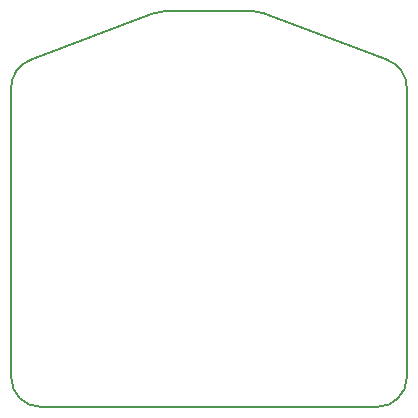
<source format=gbr>
%TF.GenerationSoftware,KiCad,Pcbnew,(6.0.0-0)*%
%TF.CreationDate,2022-12-06T19:34:54+01:00*%
%TF.ProjectId,esp32-led,65737033-322d-46c6-9564-2e6b69636164,rev?*%
%TF.SameCoordinates,Original*%
%TF.FileFunction,Profile,NP*%
%FSLAX46Y46*%
G04 Gerber Fmt 4.6, Leading zero omitted, Abs format (unit mm)*
G04 Created by KiCad (PCBNEW (6.0.0-0)) date 2022-12-06 19:34:54*
%MOMM*%
%LPD*%
G01*
G04 APERTURE LIST*
%TA.AperFunction,Profile*%
%ADD10C,0.200000*%
%TD*%
G04 APERTURE END LIST*
D10*
X7165820Y30560957D02*
G75*
G03*
X5550000Y28222533I884181J-2338424D01*
G01*
X39050000Y28222533D02*
G75*
G03*
X37434180Y30560957I-2500001J0D01*
G01*
X39050000Y28222533D02*
X39050000Y3700000D01*
X5550000Y3700000D02*
G75*
G03*
X8050000Y1200000I2500000J0D01*
G01*
X18569353Y34700000D02*
X26030647Y34700000D01*
X7165820Y30560957D02*
X17685173Y34538424D01*
X26914827Y34538424D02*
X37434180Y30560957D01*
X26914827Y34538424D02*
G75*
G03*
X26030647Y34700000I-884183J-2338444D01*
G01*
X5550000Y3700000D02*
X5550000Y28222533D01*
X36550000Y1200000D02*
X8050000Y1200000D01*
X18569353Y34700000D02*
G75*
G03*
X17685173Y34538424I3J-2500020D01*
G01*
X36550000Y1200000D02*
G75*
G03*
X39050000Y3700000I0J2500000D01*
G01*
M02*

</source>
